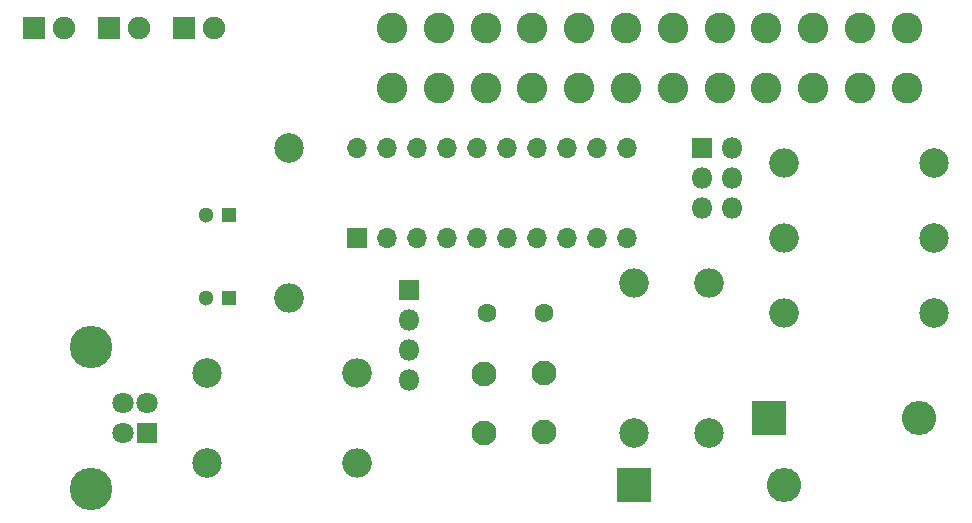
<source format=gbr>
%TF.GenerationSoftware,KiCad,Pcbnew,(5.1.6)-1*%
%TF.CreationDate,2020-07-03T01:35:13-04:00*%
%TF.ProjectId,controller,636f6e74-726f-46c6-9c65-722e6b696361,rev?*%
%TF.SameCoordinates,Original*%
%TF.FileFunction,Soldermask,Bot*%
%TF.FilePolarity,Negative*%
%FSLAX46Y46*%
G04 Gerber Fmt 4.6, Leading zero omitted, Abs format (unit mm)*
G04 Created by KiCad (PCBNEW (5.1.6)-1) date 2020-07-03 01:35:13*
%MOMM*%
%LPD*%
G01*
G04 APERTURE LIST*
%ADD10C,2.600000*%
%ADD11O,2.900000X2.900000*%
%ADD12R,2.900000X2.900000*%
%ADD13C,1.600000*%
%ADD14O,1.700000X1.700000*%
%ADD15R,1.700000X1.700000*%
%ADD16O,2.500000X2.500000*%
%ADD17C,2.500000*%
%ADD18R,1.800000X1.800000*%
%ADD19O,1.800000X1.800000*%
%ADD20C,3.600000*%
%ADD21C,1.800000*%
%ADD22R,1.900000X1.900000*%
%ADD23C,1.900000*%
%ADD24C,1.300000*%
%ADD25R,1.300000X1.300000*%
%ADD26C,2.100000*%
G04 APERTURE END LIST*
D10*
%TO.C,J1*%
X165290000Y-71120000D03*
X165290000Y-76200000D03*
X161330000Y-71120000D03*
X161330000Y-76200000D03*
X157370000Y-71120000D03*
X157370000Y-76200000D03*
X153410000Y-71120000D03*
X153410000Y-76200000D03*
X149450000Y-71120000D03*
X149450000Y-76200000D03*
X145490000Y-71120000D03*
X145490000Y-76200000D03*
X141530000Y-71120000D03*
X141530000Y-76200000D03*
X137570000Y-71120000D03*
X137570000Y-76200000D03*
X133610000Y-71120000D03*
X133610000Y-76200000D03*
X129650000Y-71120000D03*
X129650000Y-76200000D03*
X125690000Y-71120000D03*
X125690000Y-76200000D03*
X121730000Y-71120000D03*
X121730000Y-76200000D03*
%TD*%
D11*
%TO.C,Z2*%
X154940000Y-109855000D03*
D12*
X142240000Y-109855000D03*
%TD*%
D11*
%TO.C,Z1*%
X166370000Y-104140000D03*
D12*
X153670000Y-104140000D03*
%TD*%
D13*
%TO.C,X1*%
X129720000Y-95250000D03*
X134620000Y-95250000D03*
%TD*%
D14*
%TO.C,U1*%
X118745000Y-81280000D03*
X141605000Y-88900000D03*
X121285000Y-81280000D03*
X139065000Y-88900000D03*
X123825000Y-81280000D03*
X136525000Y-88900000D03*
X126365000Y-81280000D03*
X133985000Y-88900000D03*
X128905000Y-81280000D03*
X131445000Y-88900000D03*
X131445000Y-81280000D03*
X128905000Y-88900000D03*
X133985000Y-81280000D03*
X126365000Y-88900000D03*
X136525000Y-81280000D03*
X123825000Y-88900000D03*
X139065000Y-81280000D03*
X121285000Y-88900000D03*
X141605000Y-81280000D03*
D15*
X118745000Y-88900000D03*
%TD*%
D16*
%TO.C,R9*%
X154940000Y-82550000D03*
D17*
X167640000Y-82550000D03*
%TD*%
D16*
%TO.C,R8*%
X154940000Y-95250000D03*
D17*
X167640000Y-95250000D03*
%TD*%
D16*
%TO.C,R6*%
X154940000Y-88900000D03*
D17*
X167640000Y-88900000D03*
%TD*%
D16*
%TO.C,R5*%
X142240000Y-92710000D03*
D17*
X142240000Y-105410000D03*
%TD*%
D16*
%TO.C,R4*%
X148590000Y-92710000D03*
D17*
X148590000Y-105410000D03*
%TD*%
D16*
%TO.C,R3*%
X118745000Y-107950000D03*
D17*
X106045000Y-107950000D03*
%TD*%
D16*
%TO.C,R2*%
X118745000Y-100330000D03*
D17*
X106045000Y-100330000D03*
%TD*%
D16*
%TO.C,R1*%
X113030000Y-93980000D03*
D17*
X113030000Y-81280000D03*
%TD*%
D18*
%TO.C,J4*%
X123190000Y-93345000D03*
D19*
X123190000Y-95885000D03*
X123190000Y-98425000D03*
X123190000Y-100965000D03*
%TD*%
%TO.C,J3*%
X150495000Y-86360000D03*
X147955000Y-86360000D03*
X150495000Y-83820000D03*
X147955000Y-83820000D03*
X150495000Y-81280000D03*
D18*
X147955000Y-81280000D03*
%TD*%
D20*
%TO.C,J2*%
X96255000Y-98140000D03*
X96255000Y-110180000D03*
D21*
X98965000Y-105410000D03*
X98965000Y-102910000D03*
X100965000Y-102910000D03*
D18*
X100965000Y-105410000D03*
%TD*%
D22*
%TO.C,D3*%
X91440000Y-71120000D03*
D23*
X93980000Y-71120000D03*
%TD*%
D22*
%TO.C,D2*%
X104140000Y-71120000D03*
D23*
X106680000Y-71120000D03*
%TD*%
D22*
%TO.C,D1*%
X97790000Y-71120000D03*
D23*
X100330000Y-71120000D03*
%TD*%
D24*
%TO.C,C4*%
X105950000Y-86995000D03*
D25*
X107950000Y-86995000D03*
%TD*%
D24*
%TO.C,C3*%
X105950000Y-93980000D03*
D25*
X107950000Y-93980000D03*
%TD*%
D26*
%TO.C,C2*%
X129540000Y-105410000D03*
X129540000Y-100410000D03*
%TD*%
%TO.C,C1*%
X134620000Y-105330000D03*
X134620000Y-100330000D03*
%TD*%
M02*

</source>
